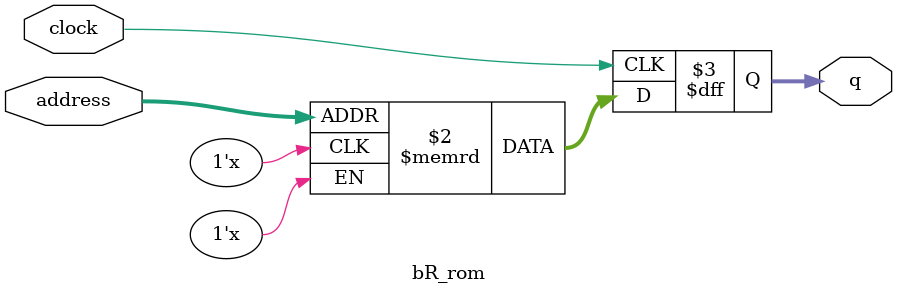
<source format=sv>
module bR_rom (
	input logic clock,
	input logic [11:0] address,
	output logic [3:0] q
);

logic [3:0] memory [0:3599] /* synthesis ram_init_file = "./bR/bR.COE" */;

always_ff @ (posedge clock) begin
	q <= memory[address];
end

endmodule

</source>
